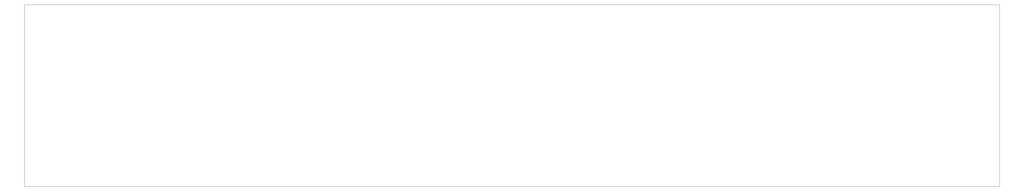
<source format=gbr>
%TF.GenerationSoftware,KiCad,Pcbnew,8.0.6*%
%TF.CreationDate,2024-11-22T20:17:50-05:00*%
%TF.ProjectId,exosuit_modular_board,65786f73-7569-4745-9f6d-6f64756c6172,rev?*%
%TF.SameCoordinates,Original*%
%TF.FileFunction,Profile,NP*%
%FSLAX46Y46*%
G04 Gerber Fmt 4.6, Leading zero omitted, Abs format (unit mm)*
G04 Created by KiCad (PCBNEW 8.0.6) date 2024-11-22 20:17:50*
%MOMM*%
%LPD*%
G01*
G04 APERTURE LIST*
%TA.AperFunction,Profile*%
%ADD10C,0.050000*%
%TD*%
G04 APERTURE END LIST*
D10*
X121450000Y-76975000D02*
X409050000Y-76975000D01*
X409050000Y-130650000D01*
X121450000Y-130650000D01*
X121450000Y-76975000D01*
M02*

</source>
